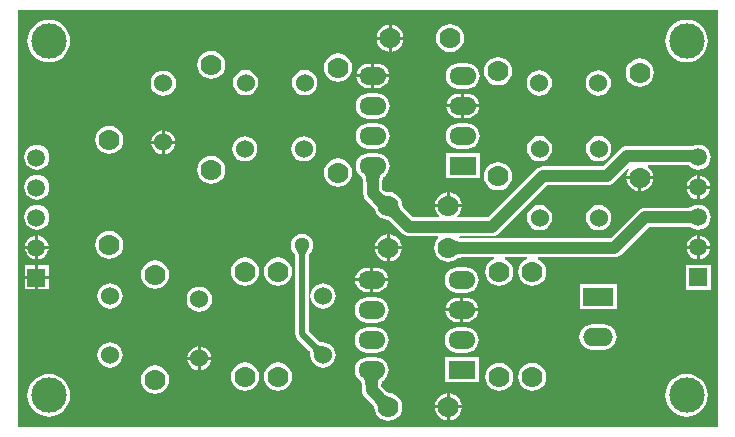
<source format=gtl>
G04 Layer_Physical_Order=1*
G04 Layer_Color=255*
%FSLAX25Y25*%
%MOIN*%
G70*
G01*
G75*
%ADD10C,0.01969*%
%ADD11C,0.03937*%
%ADD12C,0.11811*%
%ADD13O,0.09000X0.06000*%
%ADD14R,0.09000X0.06000*%
%ADD15C,0.07000*%
%ADD16O,0.10000X0.06000*%
%ADD17R,0.10000X0.06000*%
%ADD18C,0.06000*%
%ADD19C,0.05906*%
%ADD20R,0.05906X0.05906*%
%ADD21C,0.02362*%
%ADD22C,0.05118*%
G36*
X234816Y1405D02*
X1405D01*
Y140327D01*
X234816D01*
Y1405D01*
D02*
G37*
%LPC*%
G36*
X77252Y57784D02*
X76030Y57624D01*
X74891Y57152D01*
X73913Y56402D01*
X73163Y55424D01*
X72691Y54285D01*
X72531Y53063D01*
X72691Y51841D01*
X73163Y50702D01*
X73913Y49724D01*
X74891Y48974D01*
X76030Y48502D01*
X77252Y48342D01*
X78474Y48502D01*
X79613Y48974D01*
X80591Y49724D01*
X81341Y50702D01*
X81813Y51841D01*
X81973Y53063D01*
X81813Y54285D01*
X81341Y55424D01*
X80591Y56402D01*
X79613Y57152D01*
X78474Y57624D01*
X77252Y57784D01*
D02*
G37*
G36*
X47252Y56784D02*
X46030Y56624D01*
X44891Y56152D01*
X43913Y55402D01*
X43163Y54424D01*
X42691Y53285D01*
X42531Y52063D01*
X42691Y50841D01*
X43163Y49702D01*
X43913Y48724D01*
X44891Y47974D01*
X46030Y47502D01*
X47252Y47341D01*
X48474Y47502D01*
X49613Y47974D01*
X50591Y48724D01*
X51341Y49702D01*
X51813Y50841D01*
X51973Y52063D01*
X51813Y53285D01*
X51341Y54424D01*
X50591Y55402D01*
X49613Y56152D01*
X48474Y56624D01*
X47252Y56784D01*
D02*
G37*
G36*
X11827Y50681D02*
X8374D01*
Y47228D01*
X11827D01*
Y50681D01*
D02*
G37*
G36*
X88252Y57784D02*
X87030Y57624D01*
X85891Y57152D01*
X84913Y56402D01*
X84163Y55424D01*
X83691Y54285D01*
X83530Y53063D01*
X83691Y51841D01*
X84163Y50702D01*
X84913Y49724D01*
X85891Y48974D01*
X87030Y48502D01*
X88252Y48342D01*
X89474Y48502D01*
X90613Y48974D01*
X91591Y49724D01*
X92341Y50702D01*
X92813Y51841D01*
X92974Y53063D01*
X92813Y54285D01*
X92341Y55424D01*
X91591Y56402D01*
X90613Y57152D01*
X89474Y57624D01*
X88252Y57784D01*
D02*
G37*
G36*
X7374Y55134D02*
X3921D01*
Y51681D01*
X7374D01*
Y55134D01*
D02*
G37*
G36*
X120965Y54326D02*
X119965D01*
Y50791D01*
X124933D01*
X124862Y51336D01*
X124459Y52309D01*
X123817Y53144D01*
X122982Y53785D01*
X122009Y54188D01*
X120965Y54326D01*
D02*
G37*
G36*
X118965D02*
X117965D01*
X116920Y54188D01*
X115947Y53785D01*
X115112Y53144D01*
X114471Y52309D01*
X114067Y51336D01*
X113996Y50791D01*
X118965D01*
Y54326D01*
D02*
G37*
G36*
X150965Y54509D02*
X147965D01*
X146873Y54365D01*
X145856Y53944D01*
X144983Y53273D01*
X144312Y52400D01*
X143891Y51383D01*
X143747Y50291D01*
X143891Y49200D01*
X144312Y48183D01*
X144983Y47309D01*
X145856Y46639D01*
X146873Y46218D01*
X147965Y46074D01*
X150965D01*
X152056Y46218D01*
X153073Y46639D01*
X153947Y47309D01*
X154617Y48183D01*
X155038Y49200D01*
X155182Y50291D01*
X155038Y51383D01*
X154617Y52400D01*
X153947Y53273D01*
X153073Y53944D01*
X152056Y54365D01*
X150965Y54509D01*
D02*
G37*
G36*
Y44326D02*
X149965D01*
Y40791D01*
X154933D01*
X154862Y41336D01*
X154459Y42309D01*
X153817Y43144D01*
X152982Y43785D01*
X152009Y44188D01*
X150965Y44326D01*
D02*
G37*
G36*
X148965D02*
X147965D01*
X146920Y44188D01*
X145947Y43785D01*
X145112Y43144D01*
X144471Y42309D01*
X144068Y41336D01*
X143996Y40791D01*
X148965D01*
Y44326D01*
D02*
G37*
G36*
X118965Y49791D02*
X113996D01*
X114067Y49247D01*
X114471Y48274D01*
X115112Y47438D01*
X115947Y46797D01*
X116920Y46394D01*
X117965Y46257D01*
X118965D01*
Y49791D01*
D02*
G37*
G36*
X7374Y50681D02*
X3921D01*
Y47228D01*
X7374D01*
Y50681D01*
D02*
G37*
G36*
X232480Y55315D02*
X224213D01*
Y47047D01*
X232480D01*
Y55315D01*
D02*
G37*
G36*
X124933Y49791D02*
X119965D01*
Y46257D01*
X120965D01*
X122009Y46394D01*
X122982Y46797D01*
X123817Y47438D01*
X124459Y48274D01*
X124862Y49247D01*
X124933Y49791D01*
D02*
G37*
G36*
X11827Y55134D02*
X8374D01*
Y51681D01*
X11827D01*
Y55134D01*
D02*
G37*
G36*
X7374Y65102D02*
X6842Y65032D01*
X5881Y64634D01*
X5055Y64000D01*
X4421Y63174D01*
X4023Y62213D01*
X3953Y61681D01*
X7374D01*
Y65102D01*
D02*
G37*
G36*
X125500Y65473D02*
Y61500D01*
X129473D01*
X129384Y62175D01*
X128931Y63269D01*
X128209Y64209D01*
X127269Y64931D01*
X126175Y65384D01*
X125500Y65473D01*
D02*
G37*
G36*
X124500D02*
X123825Y65384D01*
X122731Y64931D01*
X121791Y64209D01*
X121069Y63269D01*
X120616Y62175D01*
X120527Y61500D01*
X124500D01*
Y65473D01*
D02*
G37*
G36*
X8374Y65102D02*
Y61681D01*
X11795D01*
X11725Y62213D01*
X11327Y63174D01*
X10693Y64000D01*
X9867Y64634D01*
X8906Y65032D01*
X8374Y65102D01*
D02*
G37*
G36*
X175412Y75280D02*
X174320Y75137D01*
X173303Y74715D01*
X172430Y74045D01*
X171760Y73172D01*
X171338Y72154D01*
X171195Y71063D01*
X171338Y69972D01*
X171760Y68954D01*
X172430Y68081D01*
X173303Y67411D01*
X174320Y66989D01*
X175412Y66846D01*
X176503Y66989D01*
X177521Y67411D01*
X178394Y68081D01*
X179064Y68954D01*
X179485Y69972D01*
X179629Y71063D01*
X179485Y72154D01*
X179064Y73172D01*
X178394Y74045D01*
X177521Y74715D01*
X176503Y75137D01*
X175412Y75280D01*
D02*
G37*
G36*
X228847Y65102D02*
Y61681D01*
X232267D01*
X232197Y62213D01*
X231799Y63174D01*
X231166Y64000D01*
X230340Y64634D01*
X229378Y65032D01*
X228847Y65102D01*
D02*
G37*
G36*
X227847D02*
X227315Y65032D01*
X226353Y64634D01*
X225527Y64000D01*
X224894Y63174D01*
X224495Y62213D01*
X224425Y61681D01*
X227847D01*
Y65102D01*
D02*
G37*
G36*
X7374Y60681D02*
X3953D01*
X4023Y60149D01*
X4421Y59188D01*
X5055Y58362D01*
X5881Y57728D01*
X6842Y57330D01*
X7374Y57260D01*
Y60681D01*
D02*
G37*
G36*
X129473Y60500D02*
X125500D01*
Y56527D01*
X126175Y56616D01*
X127269Y57069D01*
X128209Y57791D01*
X128931Y58731D01*
X129384Y59825D01*
X129473Y60500D01*
D02*
G37*
G36*
X124500D02*
X120527D01*
X120616Y59825D01*
X121069Y58731D01*
X121791Y57791D01*
X122731Y57069D01*
X123825Y56616D01*
X124500Y56527D01*
Y60500D01*
D02*
G37*
G36*
X11795Y60681D02*
X8374D01*
Y57260D01*
X8906Y57330D01*
X9867Y57728D01*
X10693Y58362D01*
X11327Y59188D01*
X11725Y60149D01*
X11795Y60681D01*
D02*
G37*
G36*
X32000Y66721D02*
X30778Y66561D01*
X29639Y66089D01*
X28661Y65339D01*
X27911Y64361D01*
X27439Y63222D01*
X27279Y62000D01*
X27439Y60778D01*
X27911Y59639D01*
X28661Y58661D01*
X29639Y57911D01*
X30778Y57439D01*
X32000Y57279D01*
X33222Y57439D01*
X34361Y57911D01*
X35339Y58661D01*
X36089Y59639D01*
X36561Y60778D01*
X36722Y62000D01*
X36561Y63222D01*
X36089Y64361D01*
X35339Y65339D01*
X34361Y66089D01*
X33222Y66561D01*
X32000Y66721D01*
D02*
G37*
G36*
X232267Y60681D02*
X228847D01*
Y57260D01*
X229378Y57330D01*
X230340Y57728D01*
X231166Y58362D01*
X231799Y59188D01*
X232197Y60149D01*
X232267Y60681D01*
D02*
G37*
G36*
X227847D02*
X224425D01*
X224495Y60149D01*
X224894Y59188D01*
X225527Y58362D01*
X226353Y57728D01*
X227315Y57330D01*
X227847Y57260D01*
Y60681D01*
D02*
G37*
G36*
X173000Y22722D02*
X171778Y22561D01*
X170639Y22089D01*
X169661Y21339D01*
X168911Y20361D01*
X168439Y19222D01*
X168279Y18000D01*
X168439Y16778D01*
X168911Y15639D01*
X169661Y14661D01*
X170639Y13911D01*
X171778Y13439D01*
X173000Y13279D01*
X174222Y13439D01*
X175361Y13911D01*
X176339Y14661D01*
X177089Y15639D01*
X177561Y16778D01*
X177722Y18000D01*
X177561Y19222D01*
X177089Y20361D01*
X176339Y21339D01*
X175361Y22089D01*
X174222Y22561D01*
X173000Y22722D01*
D02*
G37*
G36*
X162000D02*
X160778Y22561D01*
X159639Y22089D01*
X158661Y21339D01*
X157911Y20361D01*
X157439Y19222D01*
X157279Y18000D01*
X157439Y16778D01*
X157911Y15639D01*
X158661Y14661D01*
X159639Y13911D01*
X160778Y13439D01*
X162000Y13279D01*
X163222Y13439D01*
X164361Y13911D01*
X165339Y14661D01*
X166089Y15639D01*
X166561Y16778D01*
X166721Y18000D01*
X166561Y19222D01*
X166089Y20361D01*
X165339Y21339D01*
X164361Y22089D01*
X163222Y22561D01*
X162000Y22722D01*
D02*
G37*
G36*
X47252Y21784D02*
X46030Y21624D01*
X44891Y21152D01*
X43913Y20402D01*
X43163Y19424D01*
X42691Y18285D01*
X42531Y17063D01*
X42691Y15841D01*
X43163Y14702D01*
X43913Y13724D01*
X44891Y12974D01*
X46030Y12502D01*
X47252Y12342D01*
X48474Y12502D01*
X49613Y12974D01*
X50591Y13724D01*
X51341Y14702D01*
X51813Y15841D01*
X51973Y17063D01*
X51813Y18285D01*
X51341Y19424D01*
X50591Y20402D01*
X49613Y21152D01*
X48474Y21624D01*
X47252Y21784D01*
D02*
G37*
G36*
X77252Y22784D02*
X76030Y22624D01*
X74891Y22152D01*
X73913Y21402D01*
X73163Y20424D01*
X72691Y19285D01*
X72531Y18063D01*
X72691Y16841D01*
X73163Y15702D01*
X73913Y14724D01*
X74891Y13974D01*
X76030Y13502D01*
X77252Y13341D01*
X78474Y13502D01*
X79613Y13974D01*
X80591Y14724D01*
X81341Y15702D01*
X81813Y16841D01*
X81973Y18063D01*
X81813Y19285D01*
X81341Y20424D01*
X80591Y21402D01*
X79613Y22152D01*
X78474Y22624D01*
X77252Y22784D01*
D02*
G37*
G36*
X61500Y23660D02*
X58031D01*
X58103Y23116D01*
X58506Y22143D01*
X59147Y21307D01*
X59983Y20666D01*
X60956Y20263D01*
X61500Y20191D01*
Y23660D01*
D02*
G37*
G36*
X155146Y24472D02*
X143783D01*
Y16110D01*
X155146D01*
Y24472D01*
D02*
G37*
G36*
X88252Y22784D02*
X87030Y22624D01*
X85891Y22152D01*
X84913Y21402D01*
X84163Y20424D01*
X83691Y19285D01*
X83530Y18063D01*
X83691Y16841D01*
X84163Y15702D01*
X84913Y14724D01*
X85891Y13974D01*
X87030Y13502D01*
X88252Y13341D01*
X89474Y13502D01*
X90613Y13974D01*
X91591Y14724D01*
X92341Y15702D01*
X92813Y16841D01*
X92974Y18063D01*
X92813Y19285D01*
X92341Y20424D01*
X91591Y21402D01*
X90613Y22152D01*
X89474Y22624D01*
X88252Y22784D01*
D02*
G37*
G36*
X149473Y7500D02*
X145500D01*
Y3527D01*
X146175Y3616D01*
X147269Y4069D01*
X148209Y4791D01*
X148931Y5731D01*
X149384Y6825D01*
X149473Y7500D01*
D02*
G37*
G36*
X144500D02*
X140527D01*
X140616Y6825D01*
X141069Y5731D01*
X141791Y4791D01*
X142731Y4069D01*
X143825Y3616D01*
X144500Y3527D01*
Y7500D01*
D02*
G37*
G36*
X120965Y24509D02*
X117965D01*
X116873Y24365D01*
X115856Y23944D01*
X114983Y23273D01*
X114312Y22400D01*
X113891Y21383D01*
X113747Y20291D01*
X113891Y19200D01*
X114312Y18183D01*
X114983Y17309D01*
X115856Y16639D01*
X115957Y16598D01*
X116042Y16314D01*
X116143Y15810D01*
X116275Y14380D01*
X116288Y13731D01*
Y13535D01*
X116396Y12713D01*
X116713Y11947D01*
X117218Y11289D01*
X119322Y9185D01*
X119691Y8797D01*
X120038Y8379D01*
X120149Y8225D01*
X120232Y8092D01*
X120279Y8004D01*
X120279Y8000D01*
X120439Y6778D01*
X120911Y5639D01*
X121661Y4661D01*
X122639Y3911D01*
X123778Y3439D01*
X125000Y3278D01*
X126222Y3439D01*
X127361Y3911D01*
X128339Y4661D01*
X129089Y5639D01*
X129561Y6778D01*
X129721Y8000D01*
X129561Y9222D01*
X129089Y10361D01*
X128339Y11339D01*
X127361Y12089D01*
X126222Y12561D01*
X125000Y12721D01*
X124996Y12721D01*
X124908Y12767D01*
X124775Y12851D01*
X124630Y12956D01*
X123954Y13539D01*
X123940Y13553D01*
X122681Y14811D01*
X122704Y15150D01*
X122783Y15792D01*
X122887Y16314D01*
X122973Y16598D01*
X123073Y16639D01*
X123947Y17309D01*
X124617Y18183D01*
X125038Y19200D01*
X125182Y20291D01*
X125038Y21383D01*
X124617Y22400D01*
X123947Y23273D01*
X123073Y23944D01*
X122056Y24365D01*
X120965Y24509D01*
D02*
G37*
G36*
X11811Y18932D02*
X10422Y18795D01*
X9086Y18390D01*
X7855Y17732D01*
X6776Y16846D01*
X5890Y15767D01*
X5232Y14536D01*
X4827Y13200D01*
X4690Y11811D01*
X4827Y10422D01*
X5232Y9086D01*
X5890Y7855D01*
X6776Y6776D01*
X7855Y5890D01*
X9086Y5232D01*
X10422Y4827D01*
X11811Y4690D01*
X13200Y4827D01*
X14536Y5232D01*
X15767Y5890D01*
X16846Y6776D01*
X17732Y7855D01*
X18390Y9086D01*
X18795Y10422D01*
X18932Y11811D01*
X18795Y13200D01*
X18390Y14536D01*
X17732Y15767D01*
X16846Y16846D01*
X15767Y17732D01*
X14536Y18390D01*
X13200Y18795D01*
X11811Y18932D01*
D02*
G37*
G36*
X145500Y12473D02*
Y8500D01*
X149473D01*
X149384Y9175D01*
X148931Y10269D01*
X148209Y11209D01*
X147269Y11931D01*
X146175Y12384D01*
X145500Y12473D01*
D02*
G37*
G36*
X144500D02*
X143825Y12384D01*
X142731Y11931D01*
X141791Y11209D01*
X141069Y10269D01*
X140616Y9175D01*
X140527Y8500D01*
X144500D01*
Y12473D01*
D02*
G37*
G36*
X224410Y18932D02*
X223020Y18795D01*
X221684Y18390D01*
X220453Y17732D01*
X219374Y16846D01*
X218489Y15767D01*
X217831Y14536D01*
X217425Y13200D01*
X217288Y11811D01*
X217425Y10422D01*
X217831Y9086D01*
X218489Y7855D01*
X219374Y6776D01*
X220453Y5890D01*
X221684Y5232D01*
X223020Y4827D01*
X224410Y4690D01*
X225799Y4827D01*
X227134Y5232D01*
X228366Y5890D01*
X229445Y6776D01*
X230330Y7855D01*
X230988Y9086D01*
X231394Y10422D01*
X231530Y11811D01*
X231394Y13200D01*
X230988Y14536D01*
X230330Y15767D01*
X229445Y16846D01*
X228366Y17732D01*
X227134Y18390D01*
X225799Y18795D01*
X224410Y18932D01*
D02*
G37*
G36*
X65969Y23660D02*
X62500D01*
Y20191D01*
X63044Y20263D01*
X64017Y20666D01*
X64853Y21307D01*
X65494Y22143D01*
X65897Y23116D01*
X65969Y23660D01*
D02*
G37*
G36*
X154933Y39791D02*
X149965D01*
Y36257D01*
X150965D01*
X152009Y36394D01*
X152982Y36797D01*
X153817Y37438D01*
X154459Y38274D01*
X154862Y39247D01*
X154933Y39791D01*
D02*
G37*
G36*
X148965D02*
X143996D01*
X144068Y39247D01*
X144471Y38274D01*
X145112Y37438D01*
X145947Y36797D01*
X146920Y36394D01*
X147965Y36257D01*
X148965D01*
Y39791D01*
D02*
G37*
G36*
X120965Y44508D02*
X117965D01*
X116873Y44365D01*
X115856Y43944D01*
X114983Y43273D01*
X114312Y42400D01*
X113891Y41383D01*
X113747Y40291D01*
X113891Y39200D01*
X114312Y38183D01*
X114983Y37309D01*
X115856Y36639D01*
X116873Y36218D01*
X117965Y36074D01*
X120965D01*
X122056Y36218D01*
X123073Y36639D01*
X123947Y37309D01*
X124617Y38183D01*
X125038Y39200D01*
X125182Y40291D01*
X125038Y41383D01*
X124617Y42400D01*
X123947Y43273D01*
X123073Y43944D01*
X122056Y44365D01*
X120965Y44508D01*
D02*
G37*
G36*
X62000Y48057D02*
X60909Y47914D01*
X59891Y47492D01*
X59018Y46822D01*
X58348Y45949D01*
X57926Y44932D01*
X57783Y43840D01*
X57926Y42748D01*
X58348Y41731D01*
X59018Y40858D01*
X59891Y40188D01*
X60909Y39766D01*
X62000Y39623D01*
X63091Y39766D01*
X64109Y40188D01*
X64982Y40858D01*
X65652Y41731D01*
X66074Y42748D01*
X66217Y43840D01*
X66074Y44932D01*
X65652Y45949D01*
X64982Y46822D01*
X64109Y47492D01*
X63091Y47914D01*
X62000Y48057D01*
D02*
G37*
G36*
X103252Y49120D02*
X102161Y48976D01*
X101143Y48555D01*
X100270Y47885D01*
X99600Y47012D01*
X99178Y45994D01*
X99035Y44903D01*
X99178Y43812D01*
X99600Y42794D01*
X100270Y41921D01*
X101143Y41251D01*
X102161Y40830D01*
X103252Y40686D01*
X104343Y40830D01*
X105360Y41251D01*
X106234Y41921D01*
X106904Y42794D01*
X107325Y43812D01*
X107469Y44903D01*
X107325Y45994D01*
X106904Y47012D01*
X106234Y47885D01*
X105360Y48555D01*
X104343Y48976D01*
X103252Y49120D01*
D02*
G37*
G36*
X32252D02*
X31161Y48976D01*
X30143Y48555D01*
X29270Y47885D01*
X28600Y47012D01*
X28179Y45994D01*
X28035Y44903D01*
X28179Y43812D01*
X28600Y42794D01*
X29270Y41921D01*
X30143Y41251D01*
X31161Y40830D01*
X32252Y40686D01*
X33343Y40830D01*
X34361Y41251D01*
X35234Y41921D01*
X35904Y42794D01*
X36325Y43812D01*
X36469Y44903D01*
X36325Y45994D01*
X35904Y47012D01*
X35234Y47885D01*
X34361Y48555D01*
X33343Y48976D01*
X32252Y49120D01*
D02*
G37*
G36*
X201231Y48881D02*
X188869D01*
Y40519D01*
X201231D01*
Y48881D01*
D02*
G37*
G36*
X61500Y28129D02*
X60956Y28057D01*
X59983Y27654D01*
X59147Y27013D01*
X58506Y26177D01*
X58103Y25204D01*
X58031Y24660D01*
X61500D01*
Y28129D01*
D02*
G37*
G36*
X96200Y65572D02*
X95224Y65444D01*
X94314Y65067D01*
X93533Y64468D01*
X92933Y63686D01*
X92556Y62776D01*
X92428Y61800D01*
X92556Y60824D01*
X92933Y59914D01*
X93533Y59132D01*
X93579Y59097D01*
X93650Y59021D01*
X93724Y58928D01*
X93788Y58832D01*
X93843Y58730D01*
X93891Y58621D01*
X93932Y58503D01*
X93965Y58373D01*
X93990Y58231D01*
X93992Y58205D01*
Y32275D01*
X94160Y31430D01*
X94639Y30714D01*
X98604Y26749D01*
X98653Y26685D01*
X98745Y26545D01*
X98824Y26398D01*
X98891Y26242D01*
X98946Y26075D01*
X98991Y25896D01*
X99023Y25701D01*
X99042Y25491D01*
X99046Y25310D01*
X99035Y25223D01*
X99178Y24132D01*
X99600Y23114D01*
X100270Y22241D01*
X101143Y21571D01*
X102161Y21149D01*
X103252Y21006D01*
X104343Y21149D01*
X105360Y21571D01*
X106234Y22241D01*
X106904Y23114D01*
X107325Y24132D01*
X107469Y25223D01*
X107325Y26314D01*
X106904Y27332D01*
X106234Y28205D01*
X105360Y28875D01*
X104343Y29296D01*
X103252Y29440D01*
X103165Y29429D01*
X102984Y29433D01*
X102774Y29452D01*
X102579Y29484D01*
X102400Y29528D01*
X102233Y29584D01*
X102077Y29651D01*
X101930Y29730D01*
X101790Y29822D01*
X101726Y29871D01*
X98408Y33189D01*
Y58205D01*
X98410Y58231D01*
X98435Y58373D01*
X98468Y58503D01*
X98509Y58621D01*
X98557Y58730D01*
X98612Y58832D01*
X98676Y58928D01*
X98750Y59021D01*
X98821Y59097D01*
X98867Y59132D01*
X99467Y59914D01*
X99844Y60824D01*
X99972Y61800D01*
X99844Y62776D01*
X99467Y63686D01*
X98867Y64468D01*
X98086Y65067D01*
X97176Y65444D01*
X96200Y65572D01*
D02*
G37*
G36*
X32252Y29440D02*
X31161Y29296D01*
X30143Y28875D01*
X29270Y28205D01*
X28600Y27332D01*
X28179Y26314D01*
X28035Y25223D01*
X28179Y24132D01*
X28600Y23114D01*
X29270Y22241D01*
X30143Y21571D01*
X31161Y21149D01*
X32252Y21006D01*
X33343Y21149D01*
X34361Y21571D01*
X35234Y22241D01*
X35904Y23114D01*
X36325Y24132D01*
X36469Y25223D01*
X36325Y26314D01*
X35904Y27332D01*
X35234Y28205D01*
X34361Y28875D01*
X33343Y29296D01*
X32252Y29440D01*
D02*
G37*
G36*
X62500Y28129D02*
Y24660D01*
X65969D01*
X65897Y25204D01*
X65494Y26177D01*
X64853Y27013D01*
X64017Y27654D01*
X63044Y28057D01*
X62500Y28129D01*
D02*
G37*
G36*
X196950Y35517D02*
X192950D01*
X191858Y35373D01*
X190841Y34952D01*
X189968Y34282D01*
X189298Y33409D01*
X188876Y32392D01*
X188733Y31300D01*
X188876Y30209D01*
X189298Y29191D01*
X189968Y28318D01*
X190841Y27648D01*
X191858Y27226D01*
X192950Y27083D01*
X196950D01*
X198041Y27226D01*
X199059Y27648D01*
X199932Y28318D01*
X200602Y29191D01*
X201024Y30209D01*
X201167Y31300D01*
X201024Y32392D01*
X200602Y33409D01*
X199932Y34282D01*
X199059Y34952D01*
X198041Y35373D01*
X196950Y35517D01*
D02*
G37*
G36*
X150965Y34508D02*
X147965D01*
X146873Y34365D01*
X145856Y33944D01*
X144983Y33273D01*
X144312Y32400D01*
X143891Y31383D01*
X143747Y30291D01*
X143891Y29200D01*
X144312Y28183D01*
X144983Y27309D01*
X145856Y26639D01*
X146873Y26218D01*
X147965Y26074D01*
X150965D01*
X152056Y26218D01*
X153073Y26639D01*
X153947Y27309D01*
X154617Y28183D01*
X155038Y29200D01*
X155182Y30291D01*
X155038Y31383D01*
X154617Y32400D01*
X153947Y33273D01*
X153073Y33944D01*
X152056Y34365D01*
X150965Y34508D01*
D02*
G37*
G36*
X120965D02*
X117965D01*
X116873Y34365D01*
X115856Y33944D01*
X114983Y33273D01*
X114312Y32400D01*
X113891Y31383D01*
X113747Y30291D01*
X113891Y29200D01*
X114312Y28183D01*
X114983Y27309D01*
X115856Y26639D01*
X116873Y26218D01*
X117965Y26074D01*
X120965D01*
X122056Y26218D01*
X123073Y26639D01*
X123947Y27309D01*
X124617Y28183D01*
X125038Y29200D01*
X125182Y30291D01*
X125038Y31383D01*
X124617Y32400D01*
X123947Y33273D01*
X123073Y33944D01*
X122056Y34365D01*
X120965Y34508D01*
D02*
G37*
G36*
X175357Y120123D02*
X174265Y119979D01*
X173248Y119558D01*
X172375Y118887D01*
X171705Y118014D01*
X171283Y116997D01*
X171140Y115905D01*
X171283Y114814D01*
X171705Y113797D01*
X172375Y112924D01*
X173248Y112253D01*
X174265Y111832D01*
X175357Y111688D01*
X176448Y111832D01*
X177465Y112253D01*
X178339Y112924D01*
X179009Y113797D01*
X179430Y114814D01*
X179574Y115905D01*
X179430Y116997D01*
X179009Y118014D01*
X178339Y118887D01*
X177465Y119558D01*
X176448Y119979D01*
X175357Y120123D01*
D02*
G37*
G36*
X50000Y120057D02*
X48908Y119913D01*
X47891Y119492D01*
X47018Y118822D01*
X46348Y117949D01*
X45926Y116931D01*
X45783Y115840D01*
X45926Y114749D01*
X46348Y113731D01*
X47018Y112858D01*
X47891Y112188D01*
X48908Y111767D01*
X50000Y111623D01*
X51091Y111767D01*
X52109Y112188D01*
X52982Y112858D01*
X53652Y113731D01*
X54074Y114749D01*
X54217Y115840D01*
X54074Y116931D01*
X53652Y117949D01*
X52982Y118822D01*
X52109Y119492D01*
X51091Y119913D01*
X50000Y120057D01*
D02*
G37*
G36*
X151303Y112342D02*
X150303D01*
Y108807D01*
X155272D01*
X155200Y109351D01*
X154797Y110324D01*
X154156Y111160D01*
X153320Y111801D01*
X152347Y112204D01*
X151303Y112342D01*
D02*
G37*
G36*
X195037Y120123D02*
X193945Y119979D01*
X192928Y119558D01*
X192055Y118887D01*
X191385Y118014D01*
X190963Y116997D01*
X190820Y115905D01*
X190963Y114814D01*
X191385Y113797D01*
X192055Y112924D01*
X192928Y112253D01*
X193945Y111832D01*
X195037Y111688D01*
X196128Y111832D01*
X197145Y112253D01*
X198019Y112924D01*
X198689Y113797D01*
X199110Y114814D01*
X199254Y115905D01*
X199110Y116997D01*
X198689Y118014D01*
X198019Y118887D01*
X197145Y119558D01*
X196128Y119979D01*
X195037Y120123D01*
D02*
G37*
G36*
X151303Y122524D02*
X148303D01*
X147212Y122381D01*
X146195Y121959D01*
X145321Y121289D01*
X144651Y120416D01*
X144230Y119399D01*
X144086Y118307D01*
X144230Y117216D01*
X144651Y116199D01*
X145321Y115325D01*
X146195Y114655D01*
X147212Y114234D01*
X148303Y114090D01*
X151303D01*
X152395Y114234D01*
X153412Y114655D01*
X154285Y115325D01*
X154955Y116199D01*
X155377Y117216D01*
X155520Y118307D01*
X155377Y119399D01*
X154955Y120416D01*
X154285Y121289D01*
X153412Y121959D01*
X152395Y122381D01*
X151303Y122524D01*
D02*
G37*
G36*
X97092Y120280D02*
X96000Y120136D01*
X94983Y119715D01*
X94110Y119045D01*
X93440Y118172D01*
X93019Y117155D01*
X92875Y116063D01*
X93019Y114971D01*
X93440Y113954D01*
X94110Y113081D01*
X94983Y112411D01*
X96000Y111989D01*
X97092Y111846D01*
X98184Y111989D01*
X99200Y112411D01*
X100074Y113081D01*
X100744Y113954D01*
X101165Y114971D01*
X101309Y116063D01*
X101165Y117155D01*
X100744Y118172D01*
X100074Y119045D01*
X99200Y119715D01*
X98184Y120136D01*
X97092Y120280D01*
D02*
G37*
G36*
X77412D02*
X76320Y120136D01*
X75303Y119715D01*
X74430Y119045D01*
X73760Y118172D01*
X73339Y117155D01*
X73195Y116063D01*
X73339Y114971D01*
X73760Y113954D01*
X74430Y113081D01*
X75303Y112411D01*
X76320Y111989D01*
X77412Y111846D01*
X78503Y111989D01*
X79521Y112411D01*
X80394Y113081D01*
X81064Y113954D01*
X81485Y114971D01*
X81629Y116063D01*
X81485Y117155D01*
X81064Y118172D01*
X80394Y119045D01*
X79521Y119715D01*
X78503Y120136D01*
X77412Y120280D01*
D02*
G37*
G36*
X149303Y112342D02*
X148303D01*
X147259Y112204D01*
X146286Y111801D01*
X145450Y111160D01*
X144809Y110324D01*
X144406Y109351D01*
X144334Y108807D01*
X149303D01*
Y112342D01*
D02*
G37*
G36*
X49500Y100129D02*
X48956Y100057D01*
X47983Y99654D01*
X47147Y99013D01*
X46506Y98177D01*
X46103Y97204D01*
X46031Y96660D01*
X49500D01*
Y100129D01*
D02*
G37*
G36*
X151303Y102524D02*
X148303D01*
X147212Y102381D01*
X146195Y101959D01*
X145321Y101289D01*
X144651Y100416D01*
X144230Y99399D01*
X144086Y98307D01*
X144230Y97216D01*
X144651Y96198D01*
X145321Y95325D01*
X146195Y94655D01*
X147212Y94234D01*
X148303Y94090D01*
X151303D01*
X152395Y94234D01*
X153412Y94655D01*
X154285Y95325D01*
X154955Y96198D01*
X155377Y97216D01*
X155520Y98307D01*
X155377Y99399D01*
X154955Y100416D01*
X154285Y101289D01*
X153412Y101959D01*
X152395Y102381D01*
X151303Y102524D01*
D02*
G37*
G36*
X121303D02*
X118303D01*
X117212Y102381D01*
X116195Y101959D01*
X115321Y101289D01*
X114651Y100416D01*
X114230Y99399D01*
X114086Y98307D01*
X114230Y97216D01*
X114651Y96198D01*
X115321Y95325D01*
X116195Y94655D01*
X117212Y94234D01*
X118303Y94090D01*
X121303D01*
X122395Y94234D01*
X123412Y94655D01*
X124285Y95325D01*
X124955Y96198D01*
X125377Y97216D01*
X125520Y98307D01*
X125377Y99399D01*
X124955Y100416D01*
X124285Y101289D01*
X123412Y101959D01*
X122395Y102381D01*
X121303Y102524D01*
D02*
G37*
G36*
X50500Y100129D02*
Y96660D01*
X53969D01*
X53897Y97204D01*
X53494Y98177D01*
X52853Y99013D01*
X52017Y99654D01*
X51044Y100057D01*
X50500Y100129D01*
D02*
G37*
G36*
X155272Y107807D02*
X150303D01*
Y104273D01*
X151303D01*
X152347Y104410D01*
X153320Y104813D01*
X154156Y105454D01*
X154797Y106290D01*
X155200Y107263D01*
X155272Y107807D01*
D02*
G37*
G36*
X149303D02*
X144334D01*
X144406Y107263D01*
X144809Y106290D01*
X145450Y105454D01*
X146286Y104813D01*
X147259Y104410D01*
X148303Y104273D01*
X149303D01*
Y107807D01*
D02*
G37*
G36*
X121303Y112524D02*
X118303D01*
X117212Y112381D01*
X116195Y111959D01*
X115321Y111289D01*
X114651Y110416D01*
X114230Y109399D01*
X114086Y108307D01*
X114230Y107216D01*
X114651Y106199D01*
X115321Y105325D01*
X116195Y104655D01*
X117212Y104234D01*
X118303Y104090D01*
X121303D01*
X122395Y104234D01*
X123412Y104655D01*
X124285Y105325D01*
X124955Y106199D01*
X125377Y107216D01*
X125520Y108307D01*
X125377Y109399D01*
X124955Y110416D01*
X124285Y111289D01*
X123412Y111959D01*
X122395Y112381D01*
X121303Y112524D01*
D02*
G37*
G36*
X145590Y135588D02*
X144369Y135427D01*
X143230Y134955D01*
X142252Y134205D01*
X141502Y133227D01*
X141030Y132088D01*
X140869Y130866D01*
X141030Y129644D01*
X141502Y128505D01*
X142252Y127527D01*
X143230Y126777D01*
X144369Y126305D01*
X145590Y126145D01*
X146813Y126305D01*
X147951Y126777D01*
X148929Y127527D01*
X149680Y128505D01*
X150151Y129644D01*
X150312Y130866D01*
X150151Y132088D01*
X149680Y133227D01*
X148929Y134205D01*
X147951Y134955D01*
X146813Y135427D01*
X145590Y135588D01*
D02*
G37*
G36*
X224410Y137042D02*
X223020Y136905D01*
X221684Y136500D01*
X220453Y135842D01*
X219374Y134957D01*
X218489Y133877D01*
X217831Y132646D01*
X217425Y131310D01*
X217288Y129921D01*
X217425Y128532D01*
X217831Y127196D01*
X218489Y125965D01*
X219374Y124886D01*
X220453Y124001D01*
X221684Y123342D01*
X223020Y122937D01*
X224410Y122800D01*
X225799Y122937D01*
X227134Y123342D01*
X228366Y124001D01*
X229445Y124886D01*
X230330Y125965D01*
X230988Y127196D01*
X231394Y128532D01*
X231530Y129921D01*
X231394Y131310D01*
X230988Y132646D01*
X230330Y133877D01*
X229445Y134957D01*
X228366Y135842D01*
X227134Y136500D01*
X225799Y136905D01*
X224410Y137042D01*
D02*
G37*
G36*
X11811D02*
X10422Y136905D01*
X9086Y136500D01*
X7855Y135842D01*
X6776Y134957D01*
X5890Y133877D01*
X5232Y132646D01*
X4827Y131310D01*
X4690Y129921D01*
X4827Y128532D01*
X5232Y127196D01*
X5890Y125965D01*
X6776Y124886D01*
X7855Y124001D01*
X9086Y123342D01*
X10422Y122937D01*
X11811Y122800D01*
X13200Y122937D01*
X14536Y123342D01*
X15767Y124001D01*
X16846Y124886D01*
X17732Y125965D01*
X18390Y127196D01*
X18795Y128532D01*
X18932Y129921D01*
X18795Y131310D01*
X18390Y132646D01*
X17732Y133877D01*
X16846Y134957D01*
X15767Y135842D01*
X14536Y136500D01*
X13200Y136905D01*
X11811Y137042D01*
D02*
G37*
G36*
X125091Y130366D02*
X121117D01*
X121206Y129691D01*
X121660Y128597D01*
X122381Y127657D01*
X123321Y126935D01*
X124416Y126482D01*
X125091Y126393D01*
Y130366D01*
D02*
G37*
G36*
X126091Y135339D02*
Y131366D01*
X130063D01*
X129975Y132041D01*
X129521Y133136D01*
X128800Y134076D01*
X127860Y134797D01*
X126765Y135250D01*
X126091Y135339D01*
D02*
G37*
G36*
X125091D02*
X124416Y135250D01*
X123321Y134797D01*
X122381Y134076D01*
X121660Y133136D01*
X121206Y132041D01*
X121117Y131366D01*
X125091D01*
Y135339D01*
D02*
G37*
G36*
X130063Y130366D02*
X126091D01*
Y126393D01*
X126765Y126482D01*
X127860Y126935D01*
X128800Y127657D01*
X129521Y128597D01*
X129975Y129691D01*
X130063Y130366D01*
D02*
G37*
G36*
X121303Y122342D02*
X120303D01*
Y118807D01*
X125272D01*
X125200Y119351D01*
X124797Y120324D01*
X124156Y121160D01*
X123320Y121801D01*
X122347Y122204D01*
X121303Y122342D01*
D02*
G37*
G36*
X208819Y124131D02*
X207597Y123970D01*
X206458Y123498D01*
X205480Y122748D01*
X204730Y121770D01*
X204258Y120632D01*
X204097Y119409D01*
X204258Y118187D01*
X204730Y117049D01*
X205480Y116071D01*
X206458Y115321D01*
X207597Y114849D01*
X208819Y114688D01*
X210041Y114849D01*
X211180Y115321D01*
X212158Y116071D01*
X212908Y117049D01*
X213380Y118187D01*
X213540Y119409D01*
X213380Y120632D01*
X212908Y121770D01*
X212158Y122748D01*
X211180Y123498D01*
X210041Y123970D01*
X208819Y124131D01*
D02*
G37*
G36*
X125272Y117807D02*
X120303D01*
Y114273D01*
X121303D01*
X122347Y114410D01*
X123320Y114813D01*
X124156Y115454D01*
X124797Y116290D01*
X125200Y117263D01*
X125272Y117807D01*
D02*
G37*
G36*
X119303D02*
X114334D01*
X114406Y117263D01*
X114809Y116290D01*
X115450Y115454D01*
X116286Y114813D01*
X117259Y114410D01*
X118303Y114273D01*
X119303D01*
Y117807D01*
D02*
G37*
G36*
X161575Y124564D02*
X160353Y124403D01*
X159214Y123931D01*
X158236Y123181D01*
X157486Y122203D01*
X157014Y121064D01*
X156853Y119843D01*
X157014Y118621D01*
X157486Y117482D01*
X158236Y116504D01*
X159214Y115754D01*
X160353Y115282D01*
X161575Y115121D01*
X162797Y115282D01*
X163935Y115754D01*
X164913Y116504D01*
X165664Y117482D01*
X166135Y118621D01*
X166296Y119843D01*
X166135Y121064D01*
X165664Y122203D01*
X164913Y123181D01*
X163935Y123931D01*
X162797Y124403D01*
X161575Y124564D01*
D02*
G37*
G36*
X119303Y122342D02*
X118303D01*
X117259Y122204D01*
X116286Y121801D01*
X115450Y121160D01*
X114809Y120324D01*
X114406Y119351D01*
X114334Y118807D01*
X119303D01*
Y122342D01*
D02*
G37*
G36*
X66000Y126722D02*
X64778Y126561D01*
X63639Y126089D01*
X62661Y125339D01*
X61911Y124361D01*
X61439Y123222D01*
X61278Y122000D01*
X61439Y120778D01*
X61911Y119639D01*
X62661Y118661D01*
X63639Y117911D01*
X64778Y117439D01*
X66000Y117279D01*
X67222Y117439D01*
X68361Y117911D01*
X69339Y118661D01*
X70089Y119639D01*
X70561Y120778D01*
X70722Y122000D01*
X70561Y123222D01*
X70089Y124361D01*
X69339Y125339D01*
X68361Y126089D01*
X67222Y126561D01*
X66000Y126722D01*
D02*
G37*
G36*
X108252Y125785D02*
X107030Y125624D01*
X105891Y125152D01*
X104913Y124402D01*
X104163Y123424D01*
X103691Y122285D01*
X103531Y121063D01*
X103691Y119841D01*
X104163Y118702D01*
X104913Y117724D01*
X105891Y116974D01*
X107030Y116502D01*
X108252Y116341D01*
X109474Y116502D01*
X110613Y116974D01*
X111591Y117724D01*
X112341Y118702D01*
X112813Y119841D01*
X112973Y121063D01*
X112813Y122285D01*
X112341Y123424D01*
X111591Y124402D01*
X110613Y125152D01*
X109474Y125624D01*
X108252Y125785D01*
D02*
G37*
G36*
X32000Y101722D02*
X30778Y101561D01*
X29639Y101089D01*
X28661Y100339D01*
X27911Y99361D01*
X27439Y98222D01*
X27279Y97000D01*
X27439Y95778D01*
X27911Y94639D01*
X28661Y93661D01*
X29639Y92911D01*
X30778Y92439D01*
X32000Y92278D01*
X33222Y92439D01*
X34361Y92911D01*
X35339Y93661D01*
X36089Y94639D01*
X36561Y95778D01*
X36722Y97000D01*
X36561Y98222D01*
X36089Y99361D01*
X35339Y100339D01*
X34361Y101089D01*
X33222Y101561D01*
X32000Y101722D01*
D02*
G37*
G36*
X208319Y83909D02*
X204346D01*
X204435Y83235D01*
X204888Y82140D01*
X205609Y81200D01*
X206550Y80479D01*
X207644Y80025D01*
X208319Y79936D01*
Y83909D01*
D02*
G37*
G36*
X232267Y80681D02*
X228847D01*
Y77260D01*
X229378Y77330D01*
X230340Y77728D01*
X231166Y78362D01*
X231799Y79188D01*
X232197Y80149D01*
X232267Y80681D01*
D02*
G37*
G36*
X227847D02*
X224425D01*
X224495Y80149D01*
X224894Y79188D01*
X225527Y78362D01*
X226353Y77728D01*
X227315Y77330D01*
X227847Y77260D01*
Y80681D01*
D02*
G37*
G36*
X108252Y90785D02*
X107030Y90624D01*
X105891Y90152D01*
X104913Y89402D01*
X104163Y88424D01*
X103691Y87285D01*
X103531Y86063D01*
X103691Y84841D01*
X104163Y83702D01*
X104913Y82724D01*
X105891Y81974D01*
X107030Y81502D01*
X108252Y81341D01*
X109474Y81502D01*
X110613Y81974D01*
X111591Y82724D01*
X112341Y83702D01*
X112813Y84841D01*
X112973Y86063D01*
X112813Y87285D01*
X112341Y88424D01*
X111591Y89402D01*
X110613Y90152D01*
X109474Y90624D01*
X108252Y90785D01*
D02*
G37*
G36*
X161575Y89564D02*
X160353Y89403D01*
X159214Y88931D01*
X158236Y88181D01*
X157486Y87203D01*
X157014Y86064D01*
X156853Y84842D01*
X157014Y83621D01*
X157486Y82482D01*
X158236Y81504D01*
X159214Y80754D01*
X160353Y80282D01*
X161575Y80121D01*
X162797Y80282D01*
X163935Y80754D01*
X164913Y81504D01*
X165664Y82482D01*
X166135Y83621D01*
X166296Y84842D01*
X166135Y86064D01*
X165664Y87203D01*
X164913Y88181D01*
X163935Y88931D01*
X162797Y89403D01*
X161575Y89564D01*
D02*
G37*
G36*
X213292Y83909D02*
X209319D01*
Y79936D01*
X209994Y80025D01*
X211088Y80479D01*
X212028Y81200D01*
X212750Y82140D01*
X213203Y83235D01*
X213292Y83909D01*
D02*
G37*
G36*
X228346Y95351D02*
X227267Y95209D01*
X226466Y94877D01*
X204600D01*
X203778Y94769D01*
X203012Y94451D01*
X202354Y93946D01*
X196584Y88177D01*
X176600D01*
X175778Y88068D01*
X175012Y87751D01*
X174354Y87246D01*
X158284Y71177D01*
X148187D01*
X148027Y71650D01*
X148209Y71791D01*
X148931Y72731D01*
X149384Y73825D01*
X149473Y74500D01*
X140527D01*
X140616Y73825D01*
X141069Y72731D01*
X141791Y71791D01*
X141973Y71650D01*
X141813Y71177D01*
X133316D01*
X130678Y73815D01*
X130309Y74203D01*
X129962Y74621D01*
X129851Y74775D01*
X129768Y74908D01*
X129721Y74996D01*
X129721Y75000D01*
X129561Y76222D01*
X129089Y77361D01*
X128339Y78339D01*
X127361Y79089D01*
X126222Y79561D01*
X125000Y79721D01*
X124182Y79614D01*
X124134Y79618D01*
X124124Y79617D01*
X124068Y79640D01*
X123957Y79698D01*
X123809Y79793D01*
X123642Y79916D01*
X123189Y80306D01*
X123120Y80373D01*
X122980Y80513D01*
Y81604D01*
X122995Y82342D01*
X123049Y83156D01*
X123137Y83849D01*
X123253Y84417D01*
X123314Y84615D01*
X123412Y84655D01*
X124285Y85325D01*
X124675Y85833D01*
X124691Y85848D01*
X124700Y85866D01*
X124955Y86199D01*
X125377Y87216D01*
X125520Y88307D01*
X125377Y89399D01*
X124955Y90416D01*
X124285Y91289D01*
X123412Y91959D01*
X122395Y92381D01*
X121303Y92524D01*
X118303D01*
X117212Y92381D01*
X116195Y91959D01*
X115321Y91289D01*
X114651Y90416D01*
X114230Y89399D01*
X114086Y88307D01*
X114230Y87216D01*
X114651Y86199D01*
X114906Y85866D01*
X114915Y85848D01*
X114931Y85833D01*
X115321Y85325D01*
X116195Y84655D01*
X116292Y84615D01*
X116353Y84417D01*
X116466Y83868D01*
X116612Y82325D01*
X116626Y81604D01*
Y79197D01*
X116735Y78375D01*
X117052Y77609D01*
X117557Y76951D01*
X119473Y75034D01*
X120068Y74396D01*
X120329Y74080D01*
X120398Y73986D01*
X120416Y73958D01*
X120439Y73778D01*
X120911Y72639D01*
X121661Y71661D01*
X122639Y70911D01*
X123778Y70439D01*
X125000Y70279D01*
X125004Y70279D01*
X125092Y70232D01*
X125225Y70149D01*
X125370Y70044D01*
X126046Y69461D01*
X126060Y69447D01*
X129754Y65754D01*
X130412Y65249D01*
X131178Y64931D01*
X132000Y64823D01*
X141515D01*
X141623Y64505D01*
X141650Y64323D01*
X140911Y63361D01*
X140439Y62222D01*
X140278Y61000D01*
X140439Y59778D01*
X140911Y58639D01*
X141661Y57661D01*
X142639Y56911D01*
X143778Y56439D01*
X145000Y56279D01*
X146222Y56439D01*
X147361Y56911D01*
X148339Y57661D01*
X148341Y57665D01*
X148436Y57694D01*
X148589Y57728D01*
X148766Y57757D01*
X149657Y57823D01*
X149676Y57823D01*
X160105D01*
X160205Y57323D01*
X159639Y57089D01*
X158661Y56339D01*
X157911Y55361D01*
X157439Y54222D01*
X157279Y53000D01*
X157439Y51778D01*
X157911Y50639D01*
X158661Y49661D01*
X159639Y48911D01*
X160778Y48439D01*
X162000Y48278D01*
X163222Y48439D01*
X164361Y48911D01*
X165339Y49661D01*
X166089Y50639D01*
X166561Y51778D01*
X166721Y53000D01*
X166561Y54222D01*
X166089Y55361D01*
X165339Y56339D01*
X164361Y57089D01*
X163795Y57323D01*
X163895Y57823D01*
X171105D01*
X171205Y57323D01*
X170639Y57089D01*
X169661Y56339D01*
X168911Y55361D01*
X168439Y54222D01*
X168279Y53000D01*
X168439Y51778D01*
X168911Y50639D01*
X169661Y49661D01*
X170639Y48911D01*
X171778Y48439D01*
X173000Y48278D01*
X174222Y48439D01*
X175361Y48911D01*
X176339Y49661D01*
X177089Y50639D01*
X177561Y51778D01*
X177722Y53000D01*
X177561Y54222D01*
X177089Y55361D01*
X176339Y56339D01*
X175361Y57089D01*
X174795Y57323D01*
X174895Y57823D01*
X200400D01*
X201222Y57932D01*
X201988Y58249D01*
X202646Y58754D01*
X211897Y68004D01*
X224828D01*
X225663Y67985D01*
X225728Y67980D01*
X226262Y67570D01*
X227267Y67154D01*
X228346Y67012D01*
X229426Y67154D01*
X230431Y67570D01*
X231295Y68233D01*
X231957Y69096D01*
X232374Y70102D01*
X232516Y71181D01*
X232374Y72260D01*
X231957Y73266D01*
X231295Y74129D01*
X230431Y74792D01*
X229426Y75209D01*
X228346Y75351D01*
X227267Y75209D01*
X226262Y74792D01*
X225790Y74430D01*
X224419Y74358D01*
X210581D01*
X209759Y74250D01*
X208993Y73932D01*
X208335Y73427D01*
X199084Y64177D01*
X149853D01*
X149318Y64191D01*
X148824Y64236D01*
X148761Y64263D01*
X148720Y64323D01*
X148980Y64823D01*
X159600D01*
X160422Y64931D01*
X161188Y65249D01*
X161846Y65754D01*
X177916Y81823D01*
X197900D01*
X198722Y81932D01*
X199488Y82249D01*
X200146Y82754D01*
X204873Y87480D01*
X205249Y87150D01*
X204888Y86679D01*
X204435Y85584D01*
X204346Y84909D01*
X213292D01*
X213203Y85584D01*
X212750Y86679D01*
X212028Y87619D01*
X211501Y88023D01*
X211671Y88523D01*
X224180D01*
X224853Y88509D01*
X225207Y88482D01*
X225398Y88233D01*
X226262Y87570D01*
X227267Y87154D01*
X228346Y87012D01*
X229426Y87154D01*
X230431Y87570D01*
X231295Y88233D01*
X231957Y89096D01*
X232374Y90102D01*
X232516Y91181D01*
X232374Y92260D01*
X231957Y93266D01*
X231295Y94129D01*
X230431Y94792D01*
X229426Y95209D01*
X228346Y95351D01*
D02*
G37*
G36*
X7874Y75351D02*
X6795Y75209D01*
X5789Y74792D01*
X4926Y74129D01*
X4263Y73266D01*
X3847Y72260D01*
X3704Y71181D01*
X3847Y70102D01*
X4263Y69096D01*
X4926Y68233D01*
X5789Y67570D01*
X6795Y67154D01*
X7874Y67012D01*
X8953Y67154D01*
X9959Y67570D01*
X10822Y68233D01*
X11485Y69096D01*
X11902Y70102D01*
X12043Y71181D01*
X11902Y72260D01*
X11485Y73266D01*
X10822Y74129D01*
X9959Y74792D01*
X8953Y75209D01*
X7874Y75351D01*
D02*
G37*
G36*
X195092Y75280D02*
X194000Y75137D01*
X192983Y74715D01*
X192110Y74045D01*
X191440Y73172D01*
X191018Y72154D01*
X190875Y71063D01*
X191018Y69972D01*
X191440Y68954D01*
X192110Y68081D01*
X192983Y67411D01*
X194000Y66989D01*
X195092Y66846D01*
X196183Y66989D01*
X197201Y67411D01*
X198074Y68081D01*
X198744Y68954D01*
X199165Y69972D01*
X199309Y71063D01*
X199165Y72154D01*
X198744Y73172D01*
X198074Y74045D01*
X197201Y74715D01*
X196183Y75137D01*
X195092Y75280D01*
D02*
G37*
G36*
X7874Y85351D02*
X6795Y85209D01*
X5789Y84792D01*
X4926Y84129D01*
X4263Y83266D01*
X3847Y82260D01*
X3704Y81181D01*
X3847Y80102D01*
X4263Y79096D01*
X4926Y78233D01*
X5789Y77570D01*
X6795Y77154D01*
X7874Y77012D01*
X8953Y77154D01*
X9959Y77570D01*
X10822Y78233D01*
X11485Y79096D01*
X11902Y80102D01*
X12043Y81181D01*
X11902Y82260D01*
X11485Y83266D01*
X10822Y84129D01*
X9959Y84792D01*
X8953Y85209D01*
X7874Y85351D01*
D02*
G37*
G36*
X145500Y79473D02*
Y75500D01*
X149473D01*
X149384Y76175D01*
X148931Y77269D01*
X148209Y78209D01*
X147269Y78931D01*
X146175Y79384D01*
X145500Y79473D01*
D02*
G37*
G36*
X144500D02*
X143825Y79384D01*
X142731Y78931D01*
X141791Y78209D01*
X141069Y77269D01*
X140616Y76175D01*
X140527Y75500D01*
X144500D01*
Y79473D01*
D02*
G37*
G36*
X227847Y85102D02*
X227315Y85032D01*
X226353Y84634D01*
X225527Y84000D01*
X224894Y83175D01*
X224495Y82213D01*
X224425Y81681D01*
X227847D01*
Y85102D01*
D02*
G37*
G36*
X175412Y98280D02*
X174320Y98137D01*
X173303Y97715D01*
X172430Y97045D01*
X171760Y96172D01*
X171338Y95155D01*
X171195Y94063D01*
X171338Y92971D01*
X171760Y91954D01*
X172430Y91081D01*
X173303Y90411D01*
X174320Y89990D01*
X175412Y89846D01*
X176503Y89990D01*
X177521Y90411D01*
X178394Y91081D01*
X179064Y91954D01*
X179485Y92971D01*
X179629Y94063D01*
X179485Y95155D01*
X179064Y96172D01*
X178394Y97045D01*
X177521Y97715D01*
X176503Y98137D01*
X175412Y98280D01*
D02*
G37*
G36*
X96840Y98217D02*
X95749Y98074D01*
X94731Y97652D01*
X93858Y96982D01*
X93188Y96109D01*
X92766Y95091D01*
X92623Y94000D01*
X92766Y92909D01*
X93188Y91891D01*
X93858Y91018D01*
X94731Y90348D01*
X95749Y89926D01*
X96840Y89783D01*
X97931Y89926D01*
X98949Y90348D01*
X99822Y91018D01*
X100492Y91891D01*
X100914Y92909D01*
X101057Y94000D01*
X100914Y95091D01*
X100492Y96109D01*
X99822Y96982D01*
X98949Y97652D01*
X97931Y98074D01*
X96840Y98217D01*
D02*
G37*
G36*
X77160D02*
X76069Y98074D01*
X75051Y97652D01*
X74178Y96982D01*
X73508Y96109D01*
X73087Y95091D01*
X72943Y94000D01*
X73087Y92909D01*
X73508Y91891D01*
X74178Y91018D01*
X75051Y90348D01*
X76069Y89926D01*
X77160Y89783D01*
X78251Y89926D01*
X79269Y90348D01*
X80142Y91018D01*
X80812Y91891D01*
X81234Y92909D01*
X81377Y94000D01*
X81234Y95091D01*
X80812Y96109D01*
X80142Y96982D01*
X79269Y97652D01*
X78251Y98074D01*
X77160Y98217D01*
D02*
G37*
G36*
X53969Y95660D02*
X50500D01*
Y92191D01*
X51044Y92263D01*
X52017Y92666D01*
X52853Y93307D01*
X53494Y94143D01*
X53897Y95116D01*
X53969Y95660D01*
D02*
G37*
G36*
X49500D02*
X46031D01*
X46103Y95116D01*
X46506Y94143D01*
X47147Y93307D01*
X47983Y92666D01*
X48956Y92263D01*
X49500Y92191D01*
Y95660D01*
D02*
G37*
G36*
X195092Y98280D02*
X194000Y98137D01*
X192983Y97715D01*
X192110Y97045D01*
X191440Y96172D01*
X191018Y95155D01*
X190875Y94063D01*
X191018Y92971D01*
X191440Y91954D01*
X192110Y91081D01*
X192983Y90411D01*
X194000Y89990D01*
X195092Y89846D01*
X196183Y89990D01*
X197201Y90411D01*
X198074Y91081D01*
X198744Y91954D01*
X199165Y92971D01*
X199309Y94063D01*
X199165Y95155D01*
X198744Y96172D01*
X198074Y97045D01*
X197201Y97715D01*
X196183Y98137D01*
X195092Y98280D01*
D02*
G37*
G36*
X7874Y95351D02*
X6795Y95209D01*
X5789Y94792D01*
X4926Y94129D01*
X4263Y93266D01*
X3847Y92260D01*
X3704Y91181D01*
X3847Y90102D01*
X4263Y89096D01*
X4926Y88233D01*
X5789Y87570D01*
X6795Y87154D01*
X7874Y87012D01*
X8953Y87154D01*
X9959Y87570D01*
X10822Y88233D01*
X11485Y89096D01*
X11902Y90102D01*
X12043Y91181D01*
X11902Y92260D01*
X11485Y93266D01*
X10822Y94129D01*
X9959Y94792D01*
X8953Y95209D01*
X7874Y95351D01*
D02*
G37*
G36*
X155484Y92488D02*
X144122D01*
Y84126D01*
X155484D01*
Y92488D01*
D02*
G37*
G36*
X66000Y91721D02*
X64778Y91561D01*
X63639Y91089D01*
X62661Y90339D01*
X61911Y89361D01*
X61439Y88222D01*
X61278Y87000D01*
X61439Y85778D01*
X61911Y84639D01*
X62661Y83661D01*
X63639Y82911D01*
X64778Y82439D01*
X66000Y82279D01*
X67222Y82439D01*
X68361Y82911D01*
X69339Y83661D01*
X70089Y84639D01*
X70561Y85778D01*
X70722Y87000D01*
X70561Y88222D01*
X70089Y89361D01*
X69339Y90339D01*
X68361Y91089D01*
X67222Y91561D01*
X66000Y91721D01*
D02*
G37*
G36*
X228847Y85102D02*
Y81681D01*
X232267D01*
X232197Y82213D01*
X231799Y83175D01*
X231166Y84000D01*
X230340Y84634D01*
X229378Y85032D01*
X228847Y85102D01*
D02*
G37*
%LPD*%
G36*
X100875Y29008D02*
X101090Y28840D01*
X101316Y28693D01*
X101554Y28566D01*
X101803Y28458D01*
X102064Y28371D01*
X102336Y28304D01*
X102620Y28257D01*
X102915Y28230D01*
X103222Y28223D01*
X100252Y25253D01*
X100245Y25560D01*
X100218Y25855D01*
X100171Y26139D01*
X100104Y26411D01*
X100017Y26672D01*
X99909Y26921D01*
X99782Y27159D01*
X99634Y27385D01*
X99467Y27600D01*
X99279Y27804D01*
X100671Y29196D01*
X100875Y29008D01*
D02*
G37*
G36*
X128513Y74823D02*
X128555Y74665D01*
X128625Y74492D01*
X128724Y74305D01*
X128852Y74102D01*
X129009Y73884D01*
X129409Y73403D01*
X129923Y72861D01*
X127139Y70077D01*
X126861Y70349D01*
X126116Y70991D01*
X125898Y71148D01*
X125695Y71276D01*
X125507Y71375D01*
X125335Y71445D01*
X125177Y71487D01*
X125035Y71500D01*
X128500Y74965D01*
X128513Y74823D01*
D02*
G37*
G36*
X123359Y86523D02*
X123026Y86368D01*
X122732Y86110D01*
X122477Y85748D01*
X122261Y85284D01*
X122085Y84716D01*
X121948Y84046D01*
X121850Y83271D01*
X121791Y82394D01*
X121772Y81414D01*
X117835D01*
X117815Y82394D01*
X117658Y84046D01*
X117521Y84716D01*
X117345Y85284D01*
X117129Y85748D01*
X116875Y86110D01*
X116581Y86368D01*
X116248Y86523D01*
X115875Y86574D01*
X123731D01*
X123359Y86523D01*
D02*
G37*
G36*
X226238Y69114D02*
X226202Y69133D01*
X226132Y69150D01*
X226029Y69164D01*
X225724Y69188D01*
X224711Y69212D01*
X224374Y69213D01*
Y73150D01*
X226238Y73248D01*
Y69114D01*
D02*
G37*
G36*
X122376Y79416D02*
X122891Y78973D01*
X123128Y78799D01*
X123351Y78657D01*
X123560Y78546D01*
X123755Y78467D01*
X123937Y78420D01*
X124105Y78404D01*
X124259Y78421D01*
X121565Y74327D01*
X121536Y74418D01*
X121478Y74530D01*
X121394Y74664D01*
X121281Y74818D01*
X120974Y75190D01*
X120306Y75907D01*
X120028Y76188D01*
X122099Y79685D01*
X122376Y79416D01*
D02*
G37*
G36*
X122871Y18287D02*
X122570Y18143D01*
X122303Y17903D01*
X122072Y17567D01*
X121877Y17135D01*
X121717Y16607D01*
X121593Y15983D01*
X121504Y15263D01*
X121451Y14447D01*
X121433Y13535D01*
X117496D01*
X117478Y14447D01*
X117336Y15983D01*
X117212Y16607D01*
X117052Y17135D01*
X116857Y17567D01*
X116626Y17903D01*
X116360Y18143D01*
X116058Y18287D01*
X115720Y18335D01*
X123209D01*
X122871Y18287D01*
D02*
G37*
G36*
X226634Y93586D02*
X225907Y89517D01*
X225862Y89558D01*
X225784Y89594D01*
X225674Y89626D01*
X225532Y89654D01*
X225358Y89678D01*
X224912Y89712D01*
X224002Y89732D01*
X224984Y93669D01*
X226634Y93586D01*
D02*
G37*
G36*
X97838Y59809D02*
X97701Y59636D01*
X97580Y59454D01*
X97475Y59262D01*
X97386Y59059D01*
X97313Y58847D01*
X97257Y58626D01*
X97216Y58394D01*
X97192Y58153D01*
X97184Y57902D01*
X95216D01*
X95208Y58153D01*
X95183Y58394D01*
X95143Y58626D01*
X95087Y58847D01*
X95014Y59059D01*
X94925Y59262D01*
X94820Y59454D01*
X94699Y59636D01*
X94562Y59809D01*
X94409Y59973D01*
X97991D01*
X97838Y59809D01*
D02*
G37*
G36*
X123139Y12652D02*
X123884Y12009D01*
X124102Y11852D01*
X124305Y11724D01*
X124493Y11625D01*
X124665Y11555D01*
X124823Y11513D01*
X124965Y11500D01*
X121500Y8035D01*
X121487Y8177D01*
X121445Y8335D01*
X121375Y8508D01*
X121276Y8695D01*
X121148Y8898D01*
X120991Y9116D01*
X120591Y9597D01*
X120077Y10139D01*
X122861Y12923D01*
X123139Y12652D01*
D02*
G37*
G36*
X147609Y63358D02*
X147750Y63277D01*
X147922Y63204D01*
X148125Y63142D01*
X148359Y63089D01*
X148624Y63046D01*
X149247Y62988D01*
X149994Y62968D01*
Y59031D01*
X149605Y59027D01*
X148624Y58955D01*
X148359Y58911D01*
X148125Y58858D01*
X147922Y58796D01*
X147750Y58723D01*
X147609Y58641D01*
X147500Y58550D01*
Y63450D01*
X147609Y63358D01*
D02*
G37*
D10*
X96200Y32275D02*
X103252Y25223D01*
X96200Y32275D02*
Y61800D01*
D11*
X210581Y71181D02*
X228346D01*
X200400Y61000D02*
X210581Y71181D01*
X145000Y61000D02*
X200400D01*
X227828Y91700D02*
X228346Y91181D01*
X204600Y91700D02*
X227828D01*
X197900Y85000D02*
X204600Y91700D01*
X176600Y85000D02*
X197900D01*
X159600Y68000D02*
X176600Y85000D01*
X132000Y68000D02*
X159600D01*
X125000Y75000D02*
X132000Y68000D01*
X119803Y79197D02*
Y88307D01*
X119465Y13535D02*
X125000Y8000D01*
X119465Y13535D02*
Y20291D01*
X119803Y79197D02*
X125000Y74000D01*
D12*
X224410Y11811D02*
D03*
Y129921D02*
D03*
X11811D02*
D03*
Y11811D02*
D03*
D13*
X119803Y118307D02*
D03*
Y108307D02*
D03*
Y98307D02*
D03*
Y88307D02*
D03*
X149803Y118307D02*
D03*
Y108307D02*
D03*
Y98307D02*
D03*
X119465Y50291D02*
D03*
Y40291D02*
D03*
Y30291D02*
D03*
Y20291D02*
D03*
X149465Y50291D02*
D03*
Y40291D02*
D03*
Y30291D02*
D03*
D14*
X149803Y88307D02*
D03*
X149465Y20291D02*
D03*
D15*
X208819Y84409D02*
D03*
Y119409D02*
D03*
X161575Y119843D02*
D03*
Y84842D02*
D03*
X66000Y122000D02*
D03*
Y87000D02*
D03*
X108252Y121063D02*
D03*
Y86063D02*
D03*
X32000Y97000D02*
D03*
Y62000D02*
D03*
X173000Y18000D02*
D03*
Y53000D02*
D03*
X162000D02*
D03*
Y18000D02*
D03*
X77252Y53063D02*
D03*
Y18063D02*
D03*
X47252Y52063D02*
D03*
Y17063D02*
D03*
X88252Y53063D02*
D03*
Y18063D02*
D03*
X145000Y8000D02*
D03*
X125000D02*
D03*
Y61000D02*
D03*
X145000D02*
D03*
Y75000D02*
D03*
X125000D02*
D03*
X145590Y130866D02*
D03*
X125591D02*
D03*
D16*
X194950Y31300D02*
D03*
D17*
X195050Y44700D02*
D03*
D18*
X96840Y94000D02*
D03*
X77160D02*
D03*
X32252Y25223D02*
D03*
Y44903D02*
D03*
X97092Y116063D02*
D03*
X77412D02*
D03*
X50000Y115840D02*
D03*
Y96160D02*
D03*
X103252Y44903D02*
D03*
Y25223D02*
D03*
X62000Y24160D02*
D03*
Y43840D02*
D03*
X195092Y71063D02*
D03*
X175412D02*
D03*
Y94063D02*
D03*
X195092D02*
D03*
X175357Y115905D02*
D03*
X195037D02*
D03*
D19*
X7700Y91000D02*
D03*
Y81000D02*
D03*
Y71000D02*
D03*
Y61000D02*
D03*
X228346Y91181D02*
D03*
Y81181D02*
D03*
Y71181D02*
D03*
Y61181D02*
D03*
D20*
X7700Y51000D02*
D03*
X228346Y51181D02*
D03*
D21*
X15500Y86500D02*
D03*
X16000Y76300D02*
D03*
X100000Y85000D02*
D03*
Y80000D02*
D03*
X95000D02*
D03*
Y85000D02*
D03*
X75000Y25000D02*
D03*
X90000Y40000D02*
D03*
X80000Y35000D02*
D03*
X70000D02*
D03*
Y45000D02*
D03*
X80000D02*
D03*
X90000D02*
D03*
X110000Y130000D02*
D03*
X100000D02*
D03*
X90000D02*
D03*
X80000D02*
D03*
X70000D02*
D03*
X60000D02*
D03*
X50000D02*
D03*
X40000D02*
D03*
X30000D02*
D03*
X15000Y45000D02*
D03*
Y25000D02*
D03*
Y35000D02*
D03*
X10000Y20000D02*
D03*
Y30000D02*
D03*
Y40000D02*
D03*
X20000Y20000D02*
D03*
Y30000D02*
D03*
Y40000D02*
D03*
X210000Y5000D02*
D03*
X200000D02*
D03*
X190000D02*
D03*
X180000D02*
D03*
X170000D02*
D03*
X160000D02*
D03*
X185000Y40000D02*
D03*
X175000Y30000D02*
D03*
X135000Y130000D02*
D03*
Y100000D02*
D03*
Y110000D02*
D03*
Y120000D02*
D03*
X90000Y105000D02*
D03*
X85000Y100000D02*
D03*
Y110000D02*
D03*
X55000Y100000D02*
D03*
X65000D02*
D03*
Y110000D02*
D03*
X55000D02*
D03*
X40000Y100000D02*
D03*
Y110000D02*
D03*
Y120000D02*
D03*
X30000Y110000D02*
D03*
Y120000D02*
D03*
X20000D02*
D03*
Y110000D02*
D03*
Y100000D02*
D03*
X60000Y50000D02*
D03*
X40000D02*
D03*
X20000D02*
D03*
Y60000D02*
D03*
X80000D02*
D03*
X70000D02*
D03*
X60000D02*
D03*
X50000D02*
D03*
X40000D02*
D03*
D22*
X96200Y61800D02*
D03*
M02*

</source>
